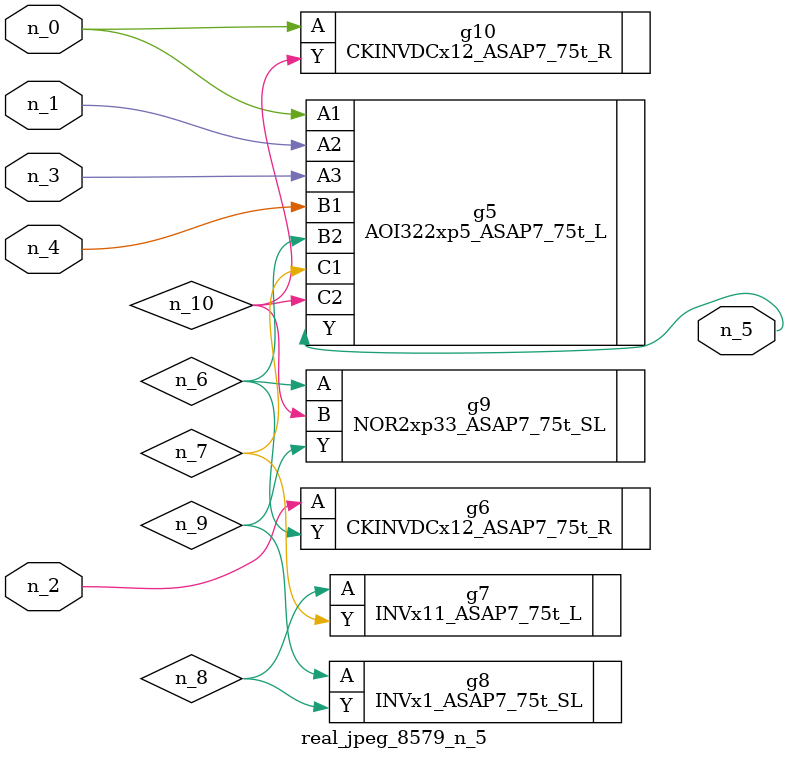
<source format=v>
module real_jpeg_8579_n_5 (n_4, n_0, n_1, n_2, n_3, n_5);

input n_4;
input n_0;
input n_1;
input n_2;
input n_3;

output n_5;

wire n_8;
wire n_6;
wire n_7;
wire n_10;
wire n_9;

AOI322xp5_ASAP7_75t_L g5 ( 
.A1(n_0),
.A2(n_1),
.A3(n_3),
.B1(n_4),
.B2(n_6),
.C1(n_7),
.C2(n_10),
.Y(n_5)
);

CKINVDCx12_ASAP7_75t_R g10 ( 
.A(n_0),
.Y(n_10)
);

CKINVDCx12_ASAP7_75t_R g6 ( 
.A(n_2),
.Y(n_6)
);

NOR2xp33_ASAP7_75t_SL g9 ( 
.A(n_6),
.B(n_10),
.Y(n_9)
);

INVx11_ASAP7_75t_L g7 ( 
.A(n_8),
.Y(n_7)
);

INVx1_ASAP7_75t_SL g8 ( 
.A(n_9),
.Y(n_8)
);


endmodule
</source>
